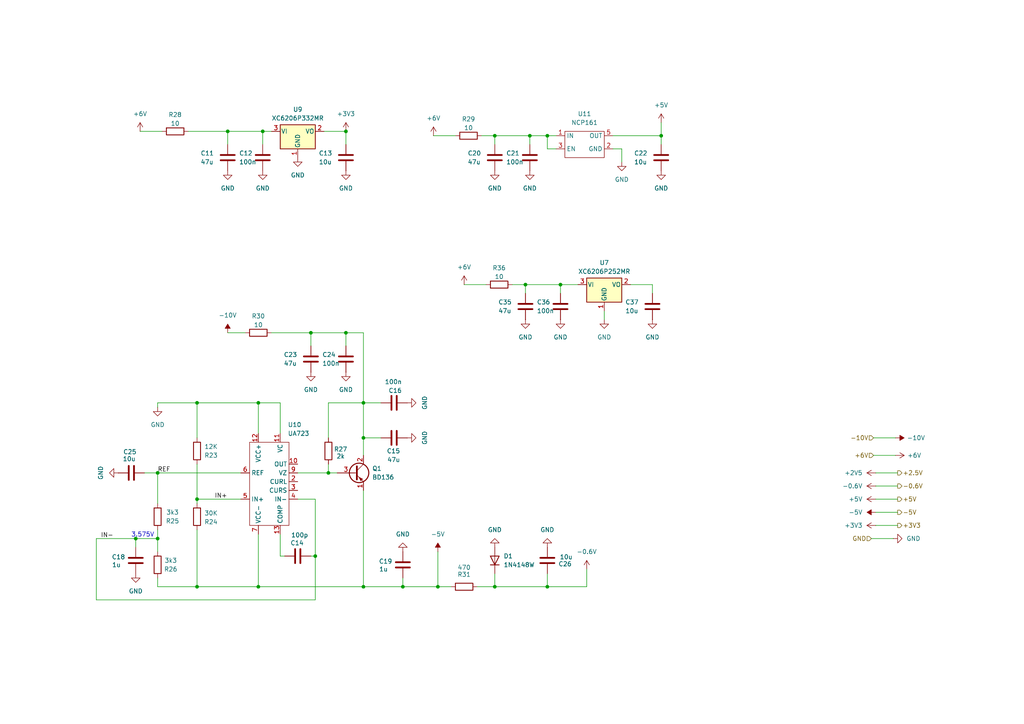
<source format=kicad_sch>
(kicad_sch (version 20231120) (generator "eeschema") (generator_version "8.0")
  (paper "A4")
  (lib_symbols
    (symbol "Device:C" (pin_numbers hide) (pin_names (offset 0.254))
      (property "Reference" "C" (at 0.635 2.54 0))
      (property "Value" "C" (at 0.635 -2.54 0))
      (symbol "C_0_1"
        (polyline (pts (xy -2.032 -0.762) (xy 2.032 -0.762)) (stroke (width 0.508)))
        (polyline (pts (xy -2.032 0.762) (xy 2.032 0.762)) (stroke (width 0.508)))
      )
      (symbol "C_1_1"
        (pin passive line (at 0 3.81 270) (length 2.794) (name "~") (number "1"))
        (pin passive line (at 0 -3.81 90) (length 2.794) (name "~") (number "2"))
      )
    )
    (symbol "Device:R" (pin_numbers hide) (pin_names (offset 0))
      (property "Reference" "R" (at 2.032 0 90))
      (property "Value" "R" (at 0 0 90))
      (symbol "R_0_1"
        (rectangle (start -1.016 -2.54) (end 1.016 2.54) (stroke (width 0.254)))
      )
      (symbol "R_1_1"
        (pin passive line (at 0 3.81 270) (length 1.27) (name "~") (number "1"))
        (pin passive line (at 0 -3.81 90) (length 1.27) (name "~") (number "2"))
      )
    )
    (symbol "Diode:1N4148W" (pin_numbers hide) (pin_names hide)
      (property "Reference" "D" (at 0 2.54 0))
      (property "Value" "1N4148W" (at 0 -2.54 0))
      (symbol "1N4148W_0_1"
        (polyline (pts (xy -1.27 1.27) (xy -1.27 -1.27)) (stroke (width 0.254)))
        (polyline (pts (xy 1.27 0) (xy -1.27 0)))
        (polyline (pts (xy 1.27 1.27) (xy 1.27 -1.27) (xy -1.27 0) (xy 1.27 1.27)) (stroke (width 0.254)))
      )
      (symbol "1N4148W_1_1"
        (pin passive line (at -3.81 0 0) (length 2.54) (name "K") (number "1"))
        (pin passive line (at 3.81 0 180) (length 2.54) (name "A") (number "2"))
      )
    )
    (symbol "New_Library:NCP161"
      (property "Reference" "U" (at 5.334 4.572 0))
      (property "Value" "NCP161" (at 0.254 4.826 0))
      (symbol "NCP161_0_1"
        (rectangle (start -5.08 3.81) (end 6.35 -3.81))
      )
      (symbol "NCP161_1_1"
        (pin power_in line (at -7.62 2.54 0) (length 2.54) (name "IN") (number "1"))
        (pin power_out line (at 8.89 -1.27 180) (length 2.54) (name "GND") (number "2"))
        (pin input line (at -7.62 -1.27 0) (length 2.54) (name "EN") (number "3"))
        (pin no_connect line (at 19.05 -10.16 0) (length 2.54) hide (name "NC") (number "4"))
        (pin power_out line (at 8.89 2.54 180) (length 2.54) (name "OUT") (number "5"))
      )
    )
    (symbol "New_Library:UA723"
      (property "Reference" "U" (at -0.762 8.636 0))
      (property "Value" "UA723" (at 9.398 3.556 0))
      (symbol "UA723_0_1"
        (rectangle (start -6.35 6.35) (end 5.08 -17.78))
      )
      (symbol "UA723_1_1"
        (pin no_connect line (at 27.94 -12.7 180) (length 2.54) hide (name "NC") (number "1"))
        (pin power_out line (at 7.62 0 180) (length 2.54) (name "OUT") (number "10"))
        (pin power_in line (at 2.54 8.89 270) (length 2.54) (name "VC") (number "11"))
        (pin power_in line (at -3.81 8.89 270) (length 2.54) (name "VCC+") (number "12"))
        (pin power_out line (at 2.54 -20.32 90) (length 2.54) (name "COMP") (number "13"))
        (pin no_connect line (at 27.94 -20.32 180) (length 2.54) hide (name "NC") (number "14"))
        (pin input line (at 7.62 -5.08 180) (length 2.54) (name "CURL") (number "2"))
        (pin input line (at 7.62 -7.62 180) (length 2.54) (name "CURS") (number "3"))
        (pin input line (at 7.62 -10.16 180) (length 2.54) (name "IN-") (number "4"))
        (pin input line (at -8.89 -10.16 0) (length 2.54) (name "IN+") (number "5"))
        (pin power_out line (at -8.89 -2.54 0) (length 2.54) (name "REF") (number "6"))
        (pin power_out line (at -3.81 -20.32 90) (length 2.54) (name "VCC-") (number "7"))
        (pin no_connect line (at 27.94 -16.51 180) (length 2.54) hide (name "NC") (number "8"))
        (pin power_out line (at 7.62 -2.54 180) (length 2.54) (name "VZ") (number "9"))
      )
    )
    (symbol "Regulator_Linear:XC6206PxxxMR" (pin_names (offset 0.254))
      (property "Reference" "U" (at -3.81 3.175 0))
      (property "Value" "XC6206PxxxMR" (at 0 3.175 0))
      (symbol "XC6206PxxxMR_0_1"
        (rectangle (start -5.08 1.905) (end 5.08 -5.08) (stroke (width 0.254)) (fill (type background)))
      )
      (symbol "XC6206PxxxMR_1_1"
        (pin power_in line (at 0 -7.62 90) (length 2.54) (name "GND") (number "1"))
        (pin power_out line (at 7.62 0 180) (length 2.54) (name "VO") (number "2"))
        (pin power_in line (at -7.62 0 0) (length 2.54) (name "VI") (number "3"))
      )
    )
    (symbol "Transistor_BJT:BD136" (pin_names (offset 0) hide)
      (property "Reference" "Q" (at 5.08 1.905 0))
      (property "Value" "BD136" (at 5.08 0 0))
      (symbol "BD136_0_1"
        (polyline (pts (xy 0 0) (xy 0.635 0)))
        (polyline (pts (xy 2.54 -2.54) (xy 0.635 -0.635)))
        (polyline (pts (xy 2.54 2.54) (xy 0.635 0.635)))
        (polyline (pts (xy 0.635 1.905) (xy 0.635 -1.905) (xy 0.635 -1.905)) (stroke (width 0.508)) (fill (type outline)))
        (polyline (pts (xy 1.778 -2.286) (xy 2.286 -1.778) (xy 1.27 -1.27) (xy 1.778 -2.286) (xy 1.778 -2.286)) (fill (type outline)))
        (circle (center 1.27 0) (radius 2.8194) (stroke (width 0.3048)))
      )
      (symbol "BD136_1_1"
        (pin passive line (at 2.54 -5.08 90) (length 2.54) (name "E") (number "1"))
        (pin passive line (at 2.54 5.08 270) (length 2.54) (name "C") (number "2"))
        (pin input line (at -5.08 0 0) (length 5.08) (name "B") (number "3"))
      )
    )
    (symbol "power:+1V0" (power) (pin_numbers hide) (pin_names (offset 0) hide)
      (property "Value" "+1V0" (at 0 3.556 0))
      (symbol "+1V0_0_1"
        (polyline (pts (xy -0.762 1.27) (xy 0 2.54)))
        (polyline (pts (xy 0 0) (xy 0 2.54)))
        (polyline (pts (xy 0 2.54) (xy 0.762 1.27)))
      )
      (symbol "+1V0_1_1"
        (pin power_in line (at 0 0 90) (length 0) (name "~") (number "1"))
      )
    )
    (symbol "power:+2V5" (power) (pin_numbers hide) (pin_names (offset 0) hide)
      (property "Value" "+2V5" (at 0 3.556 0))
      (symbol "+2V5_0_1"
        (polyline (pts (xy -0.762 1.27) (xy 0 2.54)))
        (polyline (pts (xy 0 0) (xy 0 2.54)))
        (polyline (pts (xy 0 2.54) (xy 0.762 1.27)))
      )
      (symbol "+2V5_1_1"
        (pin power_in line (at 0 0 90) (length 0) (name "~") (number "1"))
      )
    )
    (symbol "power:+3V3" (power) (pin_numbers hide) (pin_names (offset 0) hide)
      (property "Value" "+3V3" (at 0 3.556 0))
      (symbol "+3V3_0_1"
        (polyline (pts (xy -0.762 1.27) (xy 0 2.54)))
        (polyline (pts (xy 0 0) (xy 0 2.54)))
        (polyline (pts (xy 0 2.54) (xy 0.762 1.27)))
      )
      (symbol "+3V3_1_1"
        (pin power_in line (at 0 0 90) (length 0) (name "~") (number "1"))
      )
    )
    (symbol "power:+5V" (power) (pin_numbers hide) (pin_names (offset 0) hide)
      (property "Value" "+5V" (at 0 3.556 0))
      (symbol "+5V_0_1"
        (polyline (pts (xy -0.762 1.27) (xy 0 2.54)))
        (polyline (pts (xy 0 0) (xy 0 2.54)))
        (polyline (pts (xy 0 2.54) (xy 0.762 1.27)))
      )
      (symbol "+5V_1_1"
        (pin power_in line (at 0 0 90) (length 0) (name "~") (number "1"))
      )
    )
    (symbol "power:+6V" (power) (pin_numbers hide) (pin_names (offset 0) hide)
      (property "Value" "+6V" (at 0 3.556 0))
      (symbol "+6V_0_1"
        (polyline (pts (xy -0.762 1.27) (xy 0 2.54)))
        (polyline (pts (xy 0 0) (xy 0 2.54)))
        (polyline (pts (xy 0 2.54) (xy 0.762 1.27)))
      )
      (symbol "+6V_1_1"
        (pin power_in line (at 0 0 90) (length 0) (name "~") (number "1"))
      )
    )
    (symbol "power:-10V" (power) (pin_numbers hide) (pin_names (offset 0) hide)
      (property "Value" "-10V" (at 0 3.556 0))
      (symbol "-10V_0_0"
        (pin power_in line (at 0 0 90) (length 0) (name "~") (number "1"))
      )
      (symbol "-10V_0_1"
        (polyline (pts (xy 0 0) (xy 0 1.27) (xy 0.762 1.27) (xy 0 2.54) (xy -0.762 1.27) (xy 0 1.27)) (fill (type outline)))
      )
    )
    (symbol "power:-5V" (power) (pin_numbers hide) (pin_names (offset 0) hide)
      (property "Value" "-5V" (at 0 3.556 0))
      (symbol "-5V_0_0"
        (pin power_in line (at 0 0 90) (length 0) (name "~") (number "1"))
      )
      (symbol "-5V_0_1"
        (polyline (pts (xy 0 0) (xy 0 1.27) (xy 0.762 1.27) (xy 0 2.54) (xy -0.762 1.27) (xy 0 1.27)) (fill (type outline)))
      )
    )
    (symbol "power:GND" (power) (pin_numbers hide) (pin_names (offset 0) hide)
      (property "Value" "GND" (at 0 -3.81 0))
      (symbol "GND_0_1"
        (polyline (pts (xy 0 0) (xy 0 -1.27) (xy 1.27 -1.27) (xy 0 -2.54) (xy -1.27 -1.27) (xy 0 -1.27)))
      )
      (symbol "GND_1_1"
        (pin power_in line (at 0 0 270) (length 0) (name "~") (number "1"))
      )
    )
  )
  (junction (at 158.75 39.37))
  (junction (at 105.41 170.18))
  (junction (at 57.15 170.18))
  (junction (at 57.15 116.84))
  (junction (at 66.04 38.1))
  (junction (at 90.17 96.52))
  (junction (at 143.51 170.18))
  (junction (at 152.4 82.55))
  (junction (at 105.41 116.84))
  (junction (at 45.72 156.21))
  (junction (at 158.75 170.18))
  (junction (at 74.93 170.18))
  (junction (at 95.25 137.16))
  (junction (at 127 170.18))
  (junction (at 153.67 39.37))
  (junction (at 57.15 144.78))
  (junction (at 91.44 161.29))
  (junction (at 191.77 39.37))
  (junction (at 105.41 127))
  (junction (at 100.33 38.1))
  (junction (at 45.72 137.16))
  (junction (at 74.93 116.84))
  (junction (at 162.56 82.55))
  (junction (at 39.37 156.21))
  (junction (at 100.33 96.52))
  (junction (at 116.84 170.18))
  (junction (at 76.2 38.1))
  (junction (at 143.51 39.37))
  (wire (pts (xy 66.04 96.52) (xy 71.12 96.52)))
  (wire (pts (xy 91.44 173.99) (xy 27.94 173.99)))
  (wire (pts (xy 74.93 116.84) (xy 74.93 125.73)))
  (wire (pts (xy 69.85 137.16) (xy 45.72 137.16)))
  (wire (pts (xy 177.8 39.37) (xy 191.77 39.37)))
  (wire (pts (xy 45.72 156.21) (xy 45.72 160.02)))
  (wire (pts (xy 66.04 38.1) (xy 76.2 38.1)))
  (wire (pts (xy 158.75 43.18) (xy 158.75 39.37)))
  (wire (pts (xy 253.365 127) (xy 259.715 127)))
  (wire (pts (xy 191.77 35.56) (xy 191.77 39.37)))
  (wire (pts (xy 74.93 116.84) (xy 57.15 116.84)))
  (wire (pts (xy 40.64 38.1) (xy 46.99 38.1)))
  (wire (pts (xy 82.55 161.29) (xy 81.28 161.29)))
  (wire (pts (xy 138.43 170.18) (xy 143.51 170.18)))
  (wire (pts (xy 57.15 144.78) (xy 69.85 144.78)))
  (wire (pts (xy 27.94 156.21) (xy 39.37 156.21)))
  (wire (pts (xy 130.81 170.18) (xy 127 170.18)))
  (wire (pts (xy 105.41 170.18) (xy 74.93 170.18)))
  (wire (pts (xy 253.365 132.08) (xy 259.715 132.08)))
  (wire (pts (xy 116.84 170.18) (xy 105.41 170.18)))
  (wire (pts (xy 100.33 96.52) (xy 100.33 100.33)))
  (wire (pts (xy 57.15 153.67) (xy 57.15 170.18)))
  (wire (pts (xy 161.29 43.18) (xy 158.75 43.18)))
  (wire (pts (xy 254 152.4) (xy 260.35 152.4)))
  (wire (pts (xy 45.72 153.67) (xy 45.72 156.21)))
  (wire (pts (xy 100.33 38.1) (xy 100.33 41.91)))
  (wire (pts (xy 143.51 39.37) (xy 153.67 39.37)))
  (wire (pts (xy 81.28 116.84) (xy 74.93 116.84)))
  (wire (pts (xy 143.51 41.91) (xy 143.51 39.37)))
  (wire (pts (xy 105.41 127) (xy 105.41 132.08)))
  (wire (pts (xy 45.72 167.64) (xy 45.72 170.18)))
  (wire (pts (xy 45.72 137.16) (xy 45.72 146.05)))
  (wire (pts (xy 45.72 170.18) (xy 57.15 170.18)))
  (wire (pts (xy 158.75 166.37) (xy 158.75 170.18)))
  (wire (pts (xy 100.33 96.52) (xy 105.41 96.52)))
  (wire (pts (xy 105.41 96.52) (xy 105.41 116.84)))
  (wire (pts (xy 95.25 137.16) (xy 97.79 137.16)))
  (wire (pts (xy 254 140.97) (xy 260.35 140.97)))
  (wire (pts (xy 95.25 127) (xy 95.25 116.84)))
  (wire (pts (xy 95.25 134.62) (xy 95.25 137.16)))
  (wire (pts (xy 116.84 167.64) (xy 116.84 170.18)))
  (wire (pts (xy 153.67 39.37) (xy 153.67 41.91)))
  (wire (pts (xy 143.51 170.18) (xy 143.51 166.37)))
  (wire (pts (xy 127 160.02) (xy 127 170.18)))
  (wire (pts (xy 127 170.18) (xy 116.84 170.18)))
  (wire (pts (xy 162.56 82.55) (xy 162.56 85.09)))
  (wire (pts (xy 41.91 137.16) (xy 45.72 137.16)))
  (wire (pts (xy 105.41 142.24) (xy 105.41 170.18)))
  (wire (pts (xy 139.7 39.37) (xy 143.51 39.37)))
  (wire (pts (xy 57.15 144.78) (xy 57.15 146.05)))
  (wire (pts (xy 180.34 43.18) (xy 177.8 43.18)))
  (wire (pts (xy 76.2 38.1) (xy 76.2 41.91)))
  (wire (pts (xy 93.98 38.1) (xy 100.33 38.1)))
  (wire (pts (xy 153.67 39.37) (xy 158.75 39.37)))
  (wire (pts (xy 57.15 116.84) (xy 57.15 127)))
  (wire (pts (xy 148.59 82.55) (xy 152.4 82.55)))
  (wire (pts (xy 134.62 82.55) (xy 140.97 82.55)))
  (wire (pts (xy 74.93 170.18) (xy 74.93 154.94)))
  (wire (pts (xy 91.44 144.78) (xy 91.44 161.29)))
  (wire (pts (xy 45.72 116.84) (xy 45.72 118.11)))
  (wire (pts (xy 81.28 125.73) (xy 81.28 116.84)))
  (wire (pts (xy 254 148.59) (xy 260.35 148.59)))
  (wire (pts (xy 170.18 165.1) (xy 170.18 170.18)))
  (wire (pts (xy 90.17 96.52) (xy 100.33 96.52)))
  (wire (pts (xy 66.04 41.91) (xy 66.04 38.1)))
  (wire (pts (xy 57.15 134.62) (xy 57.15 144.78)))
  (wire (pts (xy 162.56 82.55) (xy 167.64 82.55)))
  (wire (pts (xy 254 144.78) (xy 260.35 144.78)))
  (wire (pts (xy 39.37 156.21) (xy 45.72 156.21)))
  (wire (pts (xy 90.17 100.33) (xy 90.17 96.52)))
  (wire (pts (xy 105.41 127) (xy 110.49 127)))
  (wire (pts (xy 105.41 116.84) (xy 110.49 116.84)))
  (wire (pts (xy 27.94 173.99) (xy 27.94 156.21)))
  (wire (pts (xy 57.15 170.18) (xy 74.93 170.18)))
  (wire (pts (xy 78.74 96.52) (xy 90.17 96.52)))
  (wire (pts (xy 158.75 39.37) (xy 161.29 39.37)))
  (wire (pts (xy 125.73 39.37) (xy 132.08 39.37)))
  (wire (pts (xy 54.61 38.1) (xy 66.04 38.1)))
  (wire (pts (xy 182.88 82.55) (xy 189.23 82.55)))
  (wire (pts (xy 76.2 38.1) (xy 78.74 38.1)))
  (wire (pts (xy 39.37 158.75) (xy 39.37 156.21)))
  (wire (pts (xy 57.15 116.84) (xy 45.72 116.84)))
  (wire (pts (xy 259.08 156.21) (xy 252.73 156.21)))
  (wire (pts (xy 95.25 116.84) (xy 105.41 116.84)))
  (wire (pts (xy 170.18 170.18) (xy 158.75 170.18)))
  (wire (pts (xy 105.41 116.84) (xy 105.41 127)))
  (wire (pts (xy 90.17 161.29) (xy 91.44 161.29)))
  (wire (pts (xy 254 137.16) (xy 260.35 137.16)))
  (wire (pts (xy 91.44 161.29) (xy 91.44 173.99)))
  (wire (pts (xy 152.4 82.55) (xy 162.56 82.55)))
  (wire (pts (xy 86.36 144.78) (xy 91.44 144.78)))
  (wire (pts (xy 180.34 46.99) (xy 180.34 43.18)))
  (wire (pts (xy 86.36 137.16) (xy 95.25 137.16)))
  (wire (pts (xy 158.75 170.18) (xy 143.51 170.18)))
  (wire (pts (xy 189.23 85.09) (xy 189.23 82.55)))
  (wire (pts (xy 175.26 90.17) (xy 175.26 92.71)))
  (wire (pts (xy 81.28 161.29) (xy 81.28 154.94)))
  (wire (pts (xy 191.77 39.37) (xy 191.77 41.91)))
  (wire (pts (xy 152.4 85.09) (xy 152.4 82.55)))
  (text "3.575V" (at 41.402 155.194 0) (effects (font (size 1.27 1.27))))
  (label "IN-" (at 29.21 156.21 0))
  (label "REF" (at 45.72 137.16 0))
  (label "IN+" (at 62.23 144.78 0))
  (hierarchical_label "+6V" (shape input) (at 253.365 132.08 180))
  (hierarchical_label "GND" (shape input) (at 252.73 156.21 180))
  (hierarchical_label "-5V" (shape output) (at 260.35 148.59 0))
  (hierarchical_label "-10V" (shape input) (at 253.365 127 180))
  (hierarchical_label "+5V" (shape output) (at 260.35 144.78 0))
  (hierarchical_label "+2.5V" (shape output) (at 260.35 137.16 0))
  (hierarchical_label "+3V3" (shape output) (at 260.35 152.4 0))
  (hierarchical_label "-0.6V" (shape output) (at 260.35 140.97 0))
  (symbol (lib_id "Device:C") (at 76.2 45.72 0) (unit 1)
    (property "Reference" "C12" (at 69.342 44.45 0) (effects (justify left)))
    (property "Value" "100n" (at 69.342 46.99 0) (effects (justify left)))
    (property "Footprint" "Capacitor_SMD:C_0805_2012Metric_Pad1.18x1.45mm_HandSolder" (effects (hide yes)))
    (property "Description" "Unpolarized capacitor" (effects (hide yes)))
  )
  (symbol (lib_id "Device:R") (at 135.89 39.37 90) (unit 1)
    (property "Reference" "R29" (at 135.89 34.544 90))
    (property "Value" "10" (at 135.89 37.084 90))
    (property "Footprint" "Resistor_SMD:R_1206_3216Metric_Pad1.30x1.75mm_HandSolder" (effects (hide yes)))
    (property "Description" "Resistor" (effects (hide yes)))
  )
  (symbol (lib_id "power:+1V0") (at 254 140.97 90) (unit 1)
    (property "Reference" "#PWR055" (effects (hide yes)))
    (property "Value" "-0.6V" (at 250.19 140.9699 90) (effects (justify left)))
    (property "Description" "Power symbol creates a global label with name \"+1V0\"" (effects (hide yes)))
  )
  (symbol (lib_id "power:GND") (at 143.51 158.75 180) (unit 1)
    (property "Reference" "#PWR051" (effects (hide yes)))
    (property "Value" "GND" (at 143.51 153.67 0))
    (property "Description" "Power symbol creates a global label with name \"GND\" , ground" (effects (hide yes)))
  )
  (symbol (lib_id "power:GND") (at 116.84 160.02 180) (unit 1)
    (property "Reference" "#PWR037" (effects (hide yes)))
    (property "Value" "GND" (at 116.84 154.94 0))
    (property "Description" "Power symbol creates a global label with name \"GND\" , ground" (effects (hide yes)))
  )
  (symbol (lib_id "power:+2V5") (at 254 137.16 90) (unit 1)
    (property "Reference" "#PWR076" (effects (hide yes)))
    (property "Value" "+2V5" (at 250.19 137.1599 90) (effects (justify left)))
    (property "Description" "Power symbol creates a global label with name \"+2V5\"" (effects (hide yes)))
  )
  (symbol (lib_id "Regulator_Linear:XC6206PxxxMR") (at 86.36 38.1 0) (unit 1)
    (property "Reference" "U9" (at 86.36 31.75 0))
    (property "Value" "XC6206P332MR" (at 86.36 34.29 0))
    (property "Footprint" "Package_TO_SOT_SMD:SOT-23-3" (effects (hide yes)))
    (property "Datasheet" "https://www.torexsemi.com/file/xc6206/XC6206.pdf" (effects (hide yes)))
    (property "Description" "Positive 60-250mA Low Dropout Regulator, Fixed Output, SOT-23" (effects (hide yes)))
  )
  (symbol (lib_id "power:+5V") (at 254 144.78 90) (unit 1)
    (property "Reference" "#PWR046" (effects (hide yes)))
    (property "Value" "+5V" (at 250.19 144.7799 90) (effects (justify left)))
    (property "Description" "Power symbol creates a global label with name \"+5V\"" (effects (hide yes)))
  )
  (symbol (lib_id "Device:R") (at 57.15 149.86 0) (unit 1)
    (property "Reference" "R24" (at 61.214 151.384 0))
    (property "Value" "30K" (at 61.214 148.844 0))
    (property "Footprint" "Resistor_SMD:R_1206_3216Metric_Pad1.30x1.75mm_HandSolder" (effects (hide yes)))
    (property "Description" "Resistor" (effects (hide yes)))
  )
  (symbol (lib_id "New_Library:UA723") (at 78.74 134.62 0) (unit 1)
    (property "Reference" "U10" (at 83.4741 123.19 0) (effects (justify left)))
    (property "Value" "UA723" (at 83.4741 125.73 0) (effects (justify left)))
    (property "Footprint" "Package_SO:SO-14_3.9x8.65mm_P1.27mm" (effects (hide yes)))
  )
  (symbol (lib_id "Device:C") (at 191.77 45.72 0) (unit 1)
    (property "Reference" "C22" (at 183.896 44.45 0) (effects (justify left)))
    (property "Value" "10u" (at 183.896 46.99 0) (effects (justify left)))
    (property "Footprint" "Capacitor_SMD:C_0805_2012Metric_Pad1.18x1.45mm_HandSolder" (effects (hide yes)))
    (property "Description" "Unpolarized capacitor" (effects (hide yes)))
  )
  (symbol (lib_id "power:GND") (at 118.11 116.84 90) (unit 1)
    (property "Reference" "#PWR036" (effects (hide yes)))
    (property "Value" "GND" (at 123.19 116.84 0))
    (property "Description" "Power symbol creates a global label with name \"GND\" , ground" (effects (hide yes)))
  )
  (symbol (lib_id "power:+6V") (at 134.62 82.55 0) (unit 1)
    (property "Reference" "#PWR081" (effects (hide yes)))
    (property "Value" "+6V" (at 134.62 77.47 0))
    (property "Description" "Power symbol creates a global label with name \"+6V\"" (effects (hide yes)))
  )
  (symbol (lib_id "Device:C") (at 39.37 162.56 180) (unit 1)
    (property "Reference" "C18" (at 36.322 161.544 0) (effects (justify left)))
    (property "Value" "1u" (at 35.052 163.83 0) (effects (justify left)))
    (property "Footprint" "Capacitor_SMD:C_0805_2012Metric_Pad1.18x1.45mm_HandSolder" (effects (hide yes)))
    (property "Description" "Unpolarized capacitor" (effects (hide yes)))
  )
  (symbol (lib_id "power:GND") (at 34.29 137.16 270) (unit 1)
    (property "Reference" "#PWR052" (effects (hide yes)))
    (property "Value" "GND" (at 29.21 137.16 0))
    (property "Description" "Power symbol creates a global label with name \"GND\" , ground" (effects (hide yes)))
  )
  (symbol (lib_id "Device:C") (at 162.56 88.9 0) (unit 1)
    (property "Reference" "C36" (at 155.702 87.63 0) (effects (justify left)))
    (property "Value" "100n" (at 155.702 90.17 0) (effects (justify left)))
    (property "Footprint" "Capacitor_SMD:C_0805_2012Metric_Pad1.18x1.45mm_HandSolder" (effects (hide yes)))
    (property "Description" "Unpolarized capacitor" (effects (hide yes)))
  )
  (symbol (lib_id "Device:C") (at 114.3 116.84 90) (unit 1)
    (property "Reference" "C16" (at 116.586 113.284 90) (effects (justify left)))
    (property "Value" "100n" (at 116.586 110.744 90) (effects (justify left)))
    (property "Footprint" "Capacitor_SMD:C_0805_2012Metric_Pad1.18x1.45mm_HandSolder" (effects (hide yes)))
    (property "Description" "Unpolarized capacitor" (effects (hide yes)))
  )
  (symbol (lib_id "power:-10V") (at 66.04 96.52 0) (unit 1)
    (property "Reference" "#PWR034" (effects (hide yes)))
    (property "Value" "-10V" (at 66.04 91.44 0))
    (property "Description" "Power symbol creates a global label with name \"-10V\"" (effects (hide yes)))
  )
  (symbol (lib_id "Device:C") (at 38.1 137.16 90) (unit 1)
    (property "Reference" "C25" (at 39.624 131.064 90) (effects (justify left)))
    (property "Value" "10u" (at 39.37 133.096 90) (effects (justify left)))
    (property "Footprint" "Capacitor_SMD:C_0805_2012Metric_Pad1.18x1.45mm_HandSolder" (effects (hide yes)))
    (property "Description" "Unpolarized capacitor" (effects (hide yes)))
  )
  (symbol (lib_id "Device:R") (at 95.25 130.81 0) (unit 1)
    (property "Reference" "R27" (at 98.806 130.302 0))
    (property "Value" "2k" (at 98.806 132.334 0))
    (property "Footprint" "Resistor_SMD:R_1206_3216Metric_Pad1.30x1.75mm_HandSolder" (effects (hide yes)))
    (property "Description" "Resistor" (effects (hide yes)))
  )
  (symbol (lib_id "Device:C") (at 116.84 163.83 180) (unit 1)
    (property "Reference" "C19" (at 113.792 162.814 0) (effects (justify left)))
    (property "Value" "1u" (at 112.522 165.1 0) (effects (justify left)))
    (property "Footprint" "Capacitor_SMD:C_0805_2012Metric_Pad1.18x1.45mm_HandSolder" (effects (hide yes)))
    (property "Description" "Unpolarized capacitor" (effects (hide yes)))
  )
  (symbol (lib_id "power:+5V") (at 191.77 35.56 0) (unit 1)
    (property "Reference" "#PWR045" (effects (hide yes)))
    (property "Value" "+5V" (at 191.77 30.48 0))
    (property "Description" "Power symbol creates a global label with name \"+5V\"" (effects (hide yes)))
  )
  (symbol (lib_id "Device:C") (at 153.67 45.72 0) (unit 1)
    (property "Reference" "C21" (at 146.812 44.45 0) (effects (justify left)))
    (property "Value" "100n" (at 146.812 46.99 0) (effects (justify left)))
    (property "Footprint" "Capacitor_SMD:C_0805_2012Metric_Pad1.18x1.45mm_HandSolder" (effects (hide yes)))
    (property "Description" "Unpolarized capacitor" (effects (hide yes)))
  )
  (symbol (lib_id "power:GND") (at 158.75 158.75 180) (unit 1)
    (property "Reference" "#PWR053" (effects (hide yes)))
    (property "Value" "GND" (at 158.75 153.67 0))
    (property "Description" "Power symbol creates a global label with name \"GND\" , ground" (effects (hide yes)))
  )
  (symbol (lib_id "power:-5V") (at 127 160.02 0) (unit 1)
    (property "Reference" "#PWR033" (effects (hide yes)))
    (property "Value" "-5V" (at 127 154.94 0))
    (property "Description" "Power symbol creates a global label with name \"-5V\"" (effects (hide yes)))
  )
  (symbol (lib_id "power:GND") (at 162.56 92.71 0) (unit 1)
    (property "Reference" "#PWR083" (effects (hide yes)))
    (property "Value" "GND" (at 162.56 97.79 0))
    (property "Description" "Power symbol creates a global label with name \"GND\" , ground" (effects (hide yes)))
  )
  (symbol (lib_id "Device:C") (at 86.36 161.29 90) (unit 1)
    (property "Reference" "C14" (at 88.138 157.48 90) (effects (justify left)))
    (property "Value" "100p" (at 89.408 155.194 90) (effects (justify left)))
    (property "Footprint" "Capacitor_SMD:C_0805_2012Metric_Pad1.18x1.45mm_HandSolder" (effects (hide yes)))
    (property "Description" "Unpolarized capacitor" (effects (hide yes)))
  )
  (symbol (lib_id "power:+3V3") (at 254 152.4 90) (unit 1)
    (property "Reference" "#PWR039" (effects (hide yes)))
    (property "Value" "+3V3" (at 250.19 152.3999 90) (effects (justify left)))
    (property "Description" "Power symbol creates a global label with name \"+3V3\"" (effects (hide yes)))
  )
  (symbol (lib_id "power:GND") (at 180.34 46.99 0) (unit 1)
    (property "Reference" "#PWR043" (effects (hide yes)))
    (property "Value" "GND" (at 180.34 52.07 0))
    (property "Description" "Power symbol creates a global label with name \"GND\" , ground" (effects (hide yes)))
  )
  (symbol (lib_id "power:GND") (at 39.37 166.37 0) (unit 1)
    (property "Reference" "#PWR047" (effects (hide yes)))
    (property "Value" "GND" (at 39.37 171.45 0))
    (property "Description" "Power symbol creates a global label with name \"GND\" , ground" (effects (hide yes)))
  )
  (symbol (lib_id "power:GND") (at 259.08 156.21 90) (unit 1)
    (property "Reference" "#PWR040" (effects (hide yes)))
    (property "Value" "GND" (at 262.89 156.2101 90) (effects (justify right)))
    (property "Description" "Power symbol creates a global label with name \"GND\" , ground" (effects (hide yes)))
  )
  (symbol (lib_id "power:GND") (at 175.26 92.71 0) (unit 1)
    (property "Reference" "#PWR085" (effects (hide yes)))
    (property "Value" "GND" (at 175.26 97.79 0))
    (property "Description" "Power symbol creates a global label with name \"GND\" , ground" (effects (hide yes)))
  )
  (symbol (lib_id "Device:C") (at 66.04 45.72 0) (unit 1)
    (property "Reference" "C11" (at 58.166 44.45 0) (effects (justify left)))
    (property "Value" "47u" (at 58.166 46.99 0) (effects (justify left)))
    (property "Footprint" "Capacitor_SMD:C_0805_2012Metric_Pad1.18x1.45mm_HandSolder" (effects (hide yes)))
    (property "Description" "Unpolarized capacitor" (effects (hide yes)))
  )
  (symbol (lib_id "power:GND") (at 153.67 49.53 0) (unit 1)
    (property "Reference" "#PWR041" (effects (hide yes)))
    (property "Value" "GND" (at 153.67 54.61 0))
    (property "Description" "Power symbol creates a global label with name \"GND\" , ground" (effects (hide yes)))
  )
  (symbol (lib_id "Device:R") (at 134.62 170.18 90) (unit 1)
    (property "Reference" "R31" (at 134.62 166.624 90))
    (property "Value" "470" (at 134.62 164.592 90))
    (property "Footprint" "Resistor_SMD:R_1206_3216Metric_Pad1.30x1.75mm_HandSolder" (effects (hide yes)))
    (property "Description" "Resistor" (effects (hide yes)))
  )
  (symbol (lib_id "Device:C") (at 114.3 127 90) (unit 1)
    (property "Reference" "C15" (at 116.078 130.81 90) (effects (justify left)))
    (property "Value" "47u" (at 116.078 133.35 90) (effects (justify left)))
    (property "Footprint" "Capacitor_SMD:C_0805_2012Metric_Pad1.18x1.45mm_HandSolder" (effects (hide yes)))
    (property "Description" "Unpolarized capacitor" (effects (hide yes)))
  )
  (symbol (lib_id "power:GND") (at 100.33 49.53 0) (unit 1)
    (property "Reference" "#PWR031" (effects (hide yes)))
    (property "Value" "GND" (at 100.33 54.61 0))
    (property "Description" "Power symbol creates a global label with name \"GND\" , ground" (effects (hide yes)))
  )
  (symbol (lib_id "power:GND") (at 45.72 118.11 0) (unit 1)
    (property "Reference" "#PWR024" (effects (hide yes)))
    (property "Value" "GND" (at 45.72 123.19 0))
    (property "Description" "Power symbol creates a global label with name \"GND\" , ground" (effects (hide yes)))
  )
  (symbol (lib_id "power:+3V3") (at 100.33 38.1 0) (unit 1)
    (property "Reference" "#PWR030" (effects (hide yes)))
    (property "Value" "+3V3" (at 100.33 33.02 0))
    (property "Description" "Power symbol creates a global label with name \"+3V3\"" (effects (hide yes)))
  )
  (symbol (lib_id "power:GND") (at 189.23 92.71 0) (unit 1)
    (property "Reference" "#PWR084" (effects (hide yes)))
    (property "Value" "GND" (at 189.23 97.79 0))
    (property "Description" "Power symbol creates a global label with name \"GND\" , ground" (effects (hide yes)))
  )
  (symbol (lib_id "Device:R") (at 74.93 96.52 90) (unit 1)
    (property "Reference" "R30" (at 74.93 91.694 90))
    (property "Value" "10" (at 74.93 94.234 90))
    (property "Footprint" "Resistor_SMD:R_1206_3216Metric_Pad1.30x1.75mm_HandSolder" (effects (hide yes)))
    (property "Description" "Resistor" (effects (hide yes)))
  )
  (symbol (lib_id "power:GND") (at 191.77 49.53 0) (unit 1)
    (property "Reference" "#PWR044" (effects (hide yes)))
    (property "Value" "GND" (at 191.77 54.61 0))
    (property "Description" "Power symbol creates a global label with name \"GND\" , ground" (effects (hide yes)))
  )
  (symbol (lib_id "Device:C") (at 90.17 104.14 0) (unit 1)
    (property "Reference" "C23" (at 82.296 102.87 0) (effects (justify left)))
    (property "Value" "47u" (at 82.296 105.41 0) (effects (justify left)))
    (property "Footprint" "Capacitor_SMD:C_0805_2012Metric_Pad1.18x1.45mm_HandSolder" (effects (hide yes)))
    (property "Description" "Unpolarized capacitor" (effects (hide yes)))
  )
  (symbol (lib_id "power:+6V") (at 40.64 38.1 0) (unit 1)
    (property "Reference" "#PWR026" (effects (hide yes)))
    (property "Value" "+6V" (at 40.64 33.02 0))
    (property "Description" "Power symbol creates a global label with name \"+6V\"" (effects (hide yes)))
  )
  (symbol (lib_id "Regulator_Linear:XC6206PxxxMR") (at 175.26 82.55 0) (unit 1)
    (property "Reference" "U7" (at 175.26 76.2 0))
    (property "Value" "XC6206P252MR" (at 175.26 78.74 0))
    (property "Footprint" "Package_TO_SOT_SMD:SOT-23-3" (effects (hide yes)))
    (property "Datasheet" "https://www.torexsemi.com/file/xc6206/XC6206.pdf" (effects (hide yes)))
    (property "Description" "Positive 60-250mA Low Dropout Regulator, Fixed Output, SOT-23" (effects (hide yes)))
  )
  (symbol (lib_id "Device:R") (at 57.15 130.81 0) (unit 1)
    (property "Reference" "R23" (at 61.214 132.08 0))
    (property "Value" "12K" (at 61.214 129.54 0))
    (property "Footprint" "Resistor_SMD:R_1206_3216Metric_Pad1.30x1.75mm_HandSolder" (effects (hide yes)))
    (property "Description" "Resistor" (effects (hide yes)))
  )
  (symbol (lib_id "Device:C") (at 189.23 88.9 0) (unit 1)
    (property "Reference" "C37" (at 181.356 87.63 0) (effects (justify left)))
    (property "Value" "10u" (at 181.356 90.17 0) (effects (justify left)))
    (property "Footprint" "Capacitor_SMD:C_0805_2012Metric_Pad1.18x1.45mm_HandSolder" (effects (hide yes)))
    (property "Description" "Unpolarized capacitor" (effects (hide yes)))
  )
  (symbol (lib_id "Device:R") (at 50.8 38.1 90) (unit 1)
    (property "Reference" "R28" (at 50.8 33.274 90))
    (property "Value" "10" (at 50.8 35.814 90))
    (property "Footprint" "Resistor_SMD:R_1206_3216Metric_Pad1.30x1.75mm_HandSolder" (effects (hide yes)))
    (property "Description" "Resistor" (effects (hide yes)))
  )
  (symbol (lib_id "power:GND") (at 118.11 127 90) (unit 1)
    (property "Reference" "#PWR035" (effects (hide yes)))
    (property "Value" "GND" (at 123.19 127 0))
    (property "Description" "Power symbol creates a global label with name \"GND\" , ground" (effects (hide yes)))
  )
  (symbol (lib_id "Diode:1N4148W") (at 143.51 162.56 90) (unit 1)
    (property "Reference" "D1" (at 146.05 161.2899 90) (effects (justify right)))
    (property "Value" "1N4148W" (at 146.05 163.8299 90) (effects (justify right)))
    (property "Footprint" "Diode_SMD:D_SOD-123" (effects (hide yes)))
    (property "Datasheet" "https://www.vishay.com/docs/85748/1n4148w.pdf" (effects (hide yes)))
    (property "Description" "75V 0.15A Fast Switching Diode, SOD-123" (effects (hide yes)))
    (property "Sim.Device" "D" (effects (hide yes)))
    (property "Sim.Pins" "1=K 2=A" (effects (hide yes)))
  )
  (symbol (lib_id "New_Library:NCP161") (at 168.91 41.91 0) (unit 1)
    (property "Reference" "U11" (at 169.545 33.02 0))
    (property "Value" "NCP161" (at 169.545 35.56 0))
    (property "Footprint" "Package_TO_SOT_SMD:SOT-23-5_HandSoldering" (effects (hide yes)))
  )
  (symbol (lib_id "power:+1V0") (at 170.18 165.1 0) (unit 1)
    (property "Reference" "#PWR054" (effects (hide yes)))
    (property "Value" "-0.6V" (at 170.18 160.02 0))
    (property "Description" "Power symbol creates a global label with name \"+1V0\"" (effects (hide yes)))
  )
  (symbol (lib_id "power:-10V") (at 259.715 127 270) (mirror x) (unit 1)
    (property "Reference" "#PWR032" (effects (hide yes)))
    (property "Value" "-10V" (at 265.684 127 90))
    (property "Description" "Power symbol creates a global label with name \"-10V\"" (effects (hide yes)))
  )
  (symbol (lib_id "power:-5V") (at 254 148.59 90) (unit 1)
    (property "Reference" "#PWR038" (effects (hide yes)))
    (property "Value" "-5V" (at 250.19 148.5899 90) (effects (justify left)))
    (property "Description" "Power symbol creates a global label with name \"-5V\"" (effects (hide yes)))
  )
  (symbol (lib_id "power:GND") (at 152.4 92.71 0) (unit 1)
    (property "Reference" "#PWR082" (effects (hide yes)))
    (property "Value" "GND" (at 152.4 97.79 0))
    (property "Description" "Power symbol creates a global label with name \"GND\" , ground" (effects (hide yes)))
  )
  (symbol (lib_id "Transistor_BJT:BD136") (at 102.87 137.16 0) (unit 1)
    (property "Reference" "Q1" (at 107.95 135.8899 0) (effects (justify left)))
    (property "Value" "BD136" (at 107.95 138.4299 0) (effects (justify left)))
    (property "Footprint" "Package_TO_SOT_THT:TO-126-3_Vertical" (effects (hide yes)))
    (property "Datasheet" "http://www.st.com/internet/com/TECHNICAL_RESOURCES/TECHNICAL_LITERATURE/DATASHEET/CD00001225.pdf" (effects (hide yes)))
    (property "Description" "1.5A Ic, 45V Vce, Low Voltage Transistor, TO-126" (effects (hide yes)))
  )
  (symbol (lib_id "power:GND") (at 90.17 107.95 0) (unit 1)
    (property "Reference" "#PWR049" (effects (hide yes)))
    (property "Value" "GND" (at 90.17 113.03 0))
    (property "Description" "Power symbol creates a global label with name \"GND\" , ground" (effects (hide yes)))
  )
  (symbol (lib_id "Device:R") (at 45.72 163.83 0) (unit 1)
    (property "Reference" "R26" (at 49.53 165.1 0))
    (property "Value" "3k3" (at 49.53 162.56 0))
    (property "Footprint" "Resistor_SMD:R_1206_3216Metric_Pad1.30x1.75mm_HandSolder" (effects (hide yes)))
    (property "Description" "Resistor" (effects (hide yes)))
  )
  (symbol (lib_id "Device:C") (at 100.33 45.72 0) (unit 1)
    (property "Reference" "C13" (at 92.456 44.45 0) (effects (justify left)))
    (property "Value" "10u" (at 92.456 46.99 0) (effects (justify left)))
    (property "Footprint" "Capacitor_SMD:C_0805_2012Metric_Pad1.18x1.45mm_HandSolder" (effects (hide yes)))
    (property "Description" "Unpolarized capacitor" (effects (hide yes)))
  )
  (symbol (lib_id "Device:C") (at 100.33 104.14 0) (unit 1)
    (property "Reference" "C24" (at 93.472 102.87 0) (effects (justify left)))
    (property "Value" "100n" (at 93.472 105.41 0) (effects (justify left)))
    (property "Footprint" "Capacitor_SMD:C_0805_2012Metric_Pad1.18x1.45mm_HandSolder" (effects (hide yes)))
    (property "Description" "Unpolarized capacitor" (effects (hide yes)))
  )
  (symbol (lib_id "power:GND") (at 66.04 49.53 0) (unit 1)
    (property "Reference" "#PWR027" (effects (hide yes)))
    (property "Value" "GND" (at 66.04 54.61 0))
    (property "Description" "Power symbol creates a global label with name \"GND\" , ground" (effects (hide yes)))
  )
  (symbol (lib_id "Device:C") (at 143.51 45.72 0) (unit 1)
    (property "Reference" "C20" (at 135.636 44.45 0) (effects (justify left)))
    (property "Value" "47u" (at 135.636 46.99 0) (effects (justify left)))
    (property "Footprint" "Capacitor_SMD:C_0805_2012Metric_Pad1.18x1.45mm_HandSolder" (effects (hide yes)))
    (property "Description" "Unpolarized capacitor" (effects (hide yes)))
  )
  (symbol (lib_id "power:+6V") (at 259.715 132.08 270) (mirror x) (unit 1)
    (property "Reference" "#PWR023" (effects (hide yes)))
    (property "Value" "+6V" (at 265.176 132.08 90))
    (property "Description" "Power symbol creates a global label with name \"+6V\"" (effects (hide yes)))
  )
  (symbol (lib_id "power:GND") (at 86.36 45.72 0) (unit 1)
    (property "Reference" "#PWR029" (effects (hide yes)))
    (property "Value" "GND" (at 86.36 50.8 0))
    (property "Description" "Power symbol creates a global label with name \"GND\" , ground" (effects (hide yes)))
  )
  (symbol (lib_id "power:GND") (at 143.51 49.53 0) (unit 1)
    (property "Reference" "#PWR025" (effects (hide yes)))
    (property "Value" "GND" (at 143.51 54.61 0))
    (property "Description" "Power symbol creates a global label with name \"GND\" , ground" (effects (hide yes)))
  )
  (symbol (lib_id "Device:C") (at 158.75 162.56 180) (unit 1)
    (property "Reference" "C26" (at 165.862 163.576 0) (effects (justify left)))
    (property "Value" "10u" (at 166.116 161.544 0) (effects (justify left)))
    (property "Footprint" "Capacitor_SMD:C_0805_2012Metric_Pad1.18x1.45mm_HandSolder" (effects (hide yes)))
    (property "Description" "Unpolarized capacitor" (effects (hide yes)))
  )
  (symbol (lib_id "Device:R") (at 45.72 149.86 0) (unit 1)
    (property "Reference" "R25" (at 50.038 151.13 0))
    (property "Value" "3k3" (at 50.038 148.59 0))
    (property "Footprint" "Resistor_SMD:R_1206_3216Metric_Pad1.30x1.75mm_HandSolder" (effects (hide yes)))
    (property "Description" "Resistor" (effects (hide yes)))
  )
  (symbol (lib_id "Device:R") (at 144.78 82.55 90) (unit 1)
    (property "Reference" "R36" (at 144.78 77.724 90))
    (property "Value" "10" (at 144.78 80.264 90))
    (property "Footprint" "Resistor_SMD:R_1206_3216Metric_Pad1.30x1.75mm_HandSolder" (effects (hide yes)))
    (property "Description" "Resistor" (effects (hide yes)))
  )
  (symbol (lib_id "power:+6V") (at 125.73 39.37 0) (unit 1)
    (property "Reference" "#PWR042" (effects (hide yes)))
    (property "Value" "+6V" (at 125.73 34.29 0))
    (property "Description" "Power symbol creates a global label with name \"+6V\"" (effects (hide yes)))
  )
  (symbol (lib_id "power:GND") (at 76.2 49.53 0) (unit 1)
    (property "Reference" "#PWR028" (effects (hide yes)))
    (property "Value" "GND" (at 76.2 54.61 0))
    (property "Description" "Power symbol creates a global label with name \"GND\" , ground" (effects (hide yes)))
  )
  (symbol (lib_id "Device:C") (at 152.4 88.9 0) (unit 1)
    (property "Reference" "C35" (at 144.526 87.63 0) (effects (justify left)))
    (property "Value" "47u" (at 144.526 90.17 0) (effects (justify left)))
    (property "Footprint" "Capacitor_SMD:C_0805_2012Metric_Pad1.18x1.45mm_HandSolder" (effects (hide yes)))
    (property "Description" "Unpolarized capacitor" (effects (hide yes)))
  )
  (symbol (lib_id "power:GND") (at 100.33 107.95 0) (unit 1)
    (property "Reference" "#PWR050" (effects (hide yes)))
    (property "Value" "GND" (at 100.33 113.03 0))
    (property "Description" "Power symbol creates a global label with name \"GND\" , ground" (effects (hide yes)))
  )
)
</source>
